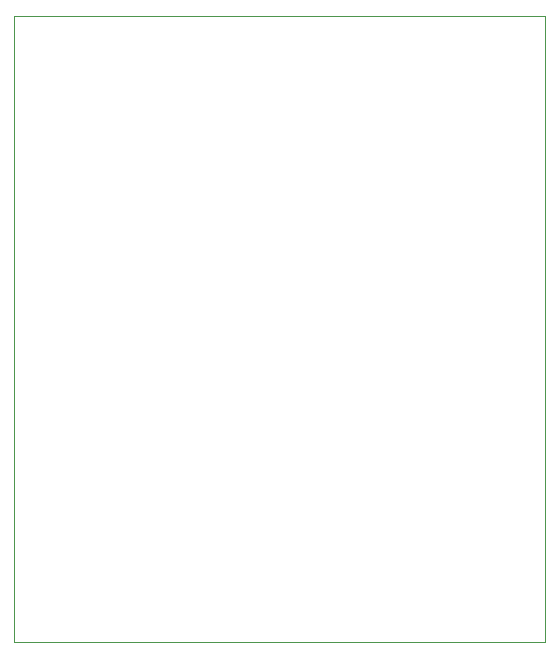
<source format=gbr>
%TF.GenerationSoftware,KiCad,Pcbnew,(5.1.12)-1*%
%TF.CreationDate,2025-05-30T10:09:50+02:00*%
%TF.ProjectId,telecommande,74656c65-636f-46d6-9d61-6e64652e6b69,rev?*%
%TF.SameCoordinates,Original*%
%TF.FileFunction,Profile,NP*%
%FSLAX46Y46*%
G04 Gerber Fmt 4.6, Leading zero omitted, Abs format (unit mm)*
G04 Created by KiCad (PCBNEW (5.1.12)-1) date 2025-05-30 10:09:50*
%MOMM*%
%LPD*%
G01*
G04 APERTURE LIST*
%TA.AperFunction,Profile*%
%ADD10C,0.050000*%
%TD*%
G04 APERTURE END LIST*
D10*
X80000000Y-123000000D02*
X80000000Y-70000000D01*
X125000000Y-123000000D02*
X80000000Y-123000000D01*
X125000000Y-70000000D02*
X125000000Y-123000000D01*
X80000000Y-70000000D02*
X125000000Y-70000000D01*
M02*

</source>
